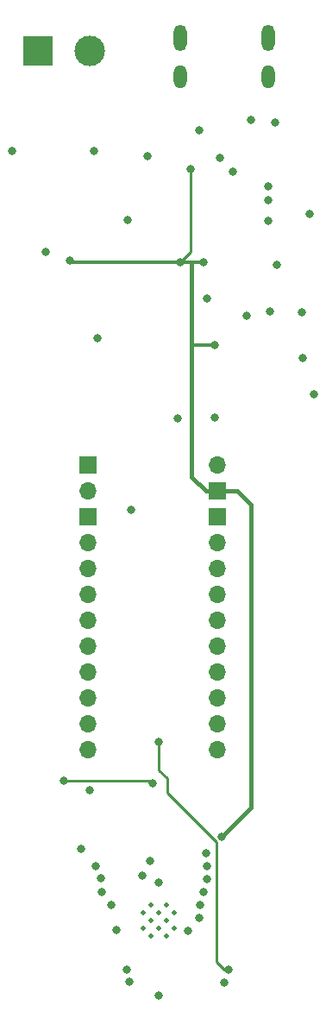
<source format=gbr>
%TF.GenerationSoftware,KiCad,Pcbnew,(6.0.11-0)*%
%TF.CreationDate,2023-10-17T10:34:41+02:00*%
%TF.ProjectId,ZESP32,5a455350-3332-42e6-9b69-6361645f7063,rev?*%
%TF.SameCoordinates,Original*%
%TF.FileFunction,Copper,L2,Inr*%
%TF.FilePolarity,Positive*%
%FSLAX46Y46*%
G04 Gerber Fmt 4.6, Leading zero omitted, Abs format (unit mm)*
G04 Created by KiCad (PCBNEW (6.0.11-0)) date 2023-10-17 10:34:41*
%MOMM*%
%LPD*%
G01*
G04 APERTURE LIST*
%TA.AperFunction,ComponentPad*%
%ADD10R,1.700000X1.700000*%
%TD*%
%TA.AperFunction,ComponentPad*%
%ADD11O,1.700000X1.700000*%
%TD*%
%TA.AperFunction,HeatsinkPad*%
%ADD12C,0.475000*%
%TD*%
%TA.AperFunction,ComponentPad*%
%ADD13O,1.300000X2.300000*%
%TD*%
%TA.AperFunction,ComponentPad*%
%ADD14O,1.300000X2.600000*%
%TD*%
%TA.AperFunction,ComponentPad*%
%ADD15R,3.000000X3.000000*%
%TD*%
%TA.AperFunction,ComponentPad*%
%ADD16C,3.000000*%
%TD*%
%TA.AperFunction,ViaPad*%
%ADD17C,0.800000*%
%TD*%
%TA.AperFunction,Conductor*%
%ADD18C,0.254000*%
%TD*%
%TA.AperFunction,Conductor*%
%ADD19C,0.406400*%
%TD*%
%TA.AperFunction,Conductor*%
%ADD20C,0.355600*%
%TD*%
G04 APERTURE END LIST*
D10*
%TO.N,EXT_5V*%
%TO.C,J8*%
X91440000Y-88900000D03*
D11*
%TO.N,GND*%
X91440000Y-91440000D03*
%TD*%
D10*
%TO.N,D23*%
%TO.C,J3*%
X91440000Y-93980000D03*
D11*
%TO.N,D22*%
X91440000Y-96520000D03*
%TO.N,D21*%
X91440000Y-99060000D03*
%TO.N,D19*%
X91440000Y-101600000D03*
%TO.N,D18*%
X91440000Y-104140000D03*
%TO.N,D5*%
X91440000Y-106680000D03*
%TO.N,D17*%
X91440000Y-109220000D03*
%TO.N,D16*%
X91440000Y-111760000D03*
%TO.N,D4*%
X91440000Y-114300000D03*
%TO.N,D15*%
X91440000Y-116840000D03*
%TD*%
D12*
%TO.N,GND*%
%TO.C,U4*%
X98343000Y-132862500D03*
X99105500Y-135150000D03*
X97580500Y-133625000D03*
X99105500Y-132100000D03*
X97580500Y-135150000D03*
X96818000Y-134387500D03*
X99105500Y-133625000D03*
X97580500Y-132100000D03*
X98343000Y-134387500D03*
X99868000Y-132862500D03*
X99868000Y-134387500D03*
X96818000Y-132862500D03*
%TD*%
D10*
%TO.N,+3V3*%
%TO.C,J7*%
X104140000Y-91440000D03*
D11*
%TO.N,GND*%
X104140000Y-88900000D03*
%TD*%
D13*
%TO.N,GND*%
%TO.C,J2*%
X109140800Y-50778200D03*
D14*
X100500800Y-46953200D03*
X109140800Y-46953200D03*
D13*
X100500800Y-50778200D03*
%TD*%
D15*
%TO.N,GND*%
%TO.C,J1*%
X86482000Y-48239600D03*
D16*
%TO.N,Net-(D1-Pad2)*%
X91562000Y-48239600D03*
%TD*%
D10*
%TO.N,D34*%
%TO.C,J4*%
X104140000Y-93980000D03*
D11*
%TO.N,D35*%
X104140000Y-96520000D03*
%TO.N,D32*%
X104140000Y-99060000D03*
%TO.N,D33*%
X104140000Y-101600000D03*
%TO.N,D25*%
X104140000Y-104140000D03*
%TO.N,D26*%
X104140000Y-106680000D03*
%TO.N,D27*%
X104140000Y-109220000D03*
%TO.N,D14*%
X104140000Y-111760000D03*
%TO.N,D12*%
X104140000Y-114300000D03*
%TO.N,D13*%
X104140000Y-116840000D03*
%TD*%
D17*
%TO.N,IO0*%
X109750000Y-55250000D03*
X107000000Y-74250000D03*
%TO.N,GND*%
X98353800Y-140965000D03*
X92019200Y-58094800D03*
X97230100Y-58598900D03*
X112522000Y-78359000D03*
X103124000Y-72517000D03*
X92331600Y-76451400D03*
X102362000Y-56007000D03*
X83942000Y-58094800D03*
X105664000Y-60071000D03*
X98343000Y-129901400D03*
X95651000Y-93325000D03*
X95351600Y-64871600D03*
%TO.N,IO0*%
X97790000Y-120142000D03*
X89027000Y-119888000D03*
%TO.N,ENA*%
X113182400Y-64262000D03*
X113639600Y-81940400D03*
X100203000Y-84328000D03*
X105247500Y-138430000D03*
X103886000Y-84201000D03*
X98384300Y-116078000D03*
%TO.N,EXT_5V*%
X87249000Y-67945000D03*
%TO.N,+3V3*%
X101452000Y-59888800D03*
X89631600Y-68864400D03*
X104775000Y-139700000D03*
X100457000Y-68961000D03*
X104521000Y-125349000D03*
X102743000Y-68961000D03*
X103886000Y-77089000D03*
%TO.N,D5*%
X92659200Y-129489200D03*
%TO.N,D19*%
X93726000Y-132080000D03*
%TO.N,D18*%
X92760800Y-130810000D03*
%TO.N,D17*%
X92151200Y-128270000D03*
%TO.N,D16*%
X90779600Y-126542800D03*
%TO.N,D15*%
X91567000Y-120777000D03*
%TO.N,D26*%
X103073200Y-128270000D03*
%TO.N,D25*%
X103124000Y-129540000D03*
%TO.N,D23*%
X95504000Y-139649200D03*
%TO.N,D22*%
X95234700Y-138430000D03*
%TO.N,D21*%
X94183200Y-134569200D03*
%TO.N,D34*%
X101249400Y-134615000D03*
%TO.N,D35*%
X102311200Y-133350000D03*
%TO.N,D32*%
X102463600Y-132080000D03*
%TO.N,D33*%
X102768400Y-130810000D03*
%TO.N,D27*%
X103022400Y-127000000D03*
%TO.N,Net-(JP1-Pad1)*%
X109088000Y-61549200D03*
X109951600Y-69220000D03*
%TO.N,RXD0*%
X112390000Y-73893600D03*
X97536000Y-127762000D03*
%TO.N,Net-(JP2-Pad1)*%
X109088000Y-64902000D03*
X109088000Y-62920800D03*
%TO.N,TXD0*%
X109240400Y-73842800D03*
X96774000Y-129159000D03*
%TO.N,D-*%
X107447100Y-55012000D03*
X104363600Y-58720400D03*
%TD*%
D18*
%TO.N,IO0*%
X97536000Y-119888000D02*
X89662000Y-119888000D01*
X97790000Y-120142000D02*
X97536000Y-119888000D01*
X89662000Y-119888000D02*
X89027000Y-119888000D01*
%TO.N,ENA*%
X104775000Y-138430000D02*
X105247500Y-138430000D01*
X103886000Y-125742134D02*
X104013000Y-125869134D01*
X99187000Y-119634000D02*
X99187000Y-121043134D01*
X104013000Y-137668000D02*
X104775000Y-138430000D01*
X98384300Y-118831300D02*
X99187000Y-119634000D01*
X99187000Y-121043134D02*
X103886000Y-125742134D01*
X98384300Y-116078000D02*
X98384300Y-118577300D01*
X104013000Y-125869134D02*
X104013000Y-137668000D01*
X98384300Y-118577300D02*
X98384300Y-118831300D01*
%TO.N,+3V3*%
X101452000Y-67966000D02*
X100457000Y-68961000D01*
D19*
X101600000Y-76962000D02*
X101600000Y-68961000D01*
D20*
X103886000Y-77089000D02*
X101727000Y-77089000D01*
D19*
X104140000Y-91440000D02*
X106070400Y-91440000D01*
D20*
X100457000Y-68961000D02*
X101600000Y-68961000D01*
X89631600Y-68864400D02*
X89728200Y-68961000D01*
D19*
X102997000Y-91440000D02*
X101600000Y-90043000D01*
X107391200Y-122478800D02*
X104521000Y-125349000D01*
X101600000Y-90043000D02*
X101600000Y-76962000D01*
X107391200Y-92760800D02*
X107391200Y-122478800D01*
X104140000Y-91440000D02*
X102997000Y-91440000D01*
D18*
X101452000Y-59888800D02*
X101452000Y-67966000D01*
D20*
X101600000Y-68961000D02*
X102743000Y-68961000D01*
D19*
X106070400Y-91440000D02*
X107391200Y-92760800D01*
D20*
X101727000Y-77089000D02*
X101600000Y-76962000D01*
X89728200Y-68961000D02*
X100457000Y-68961000D01*
%TD*%
M02*

</source>
